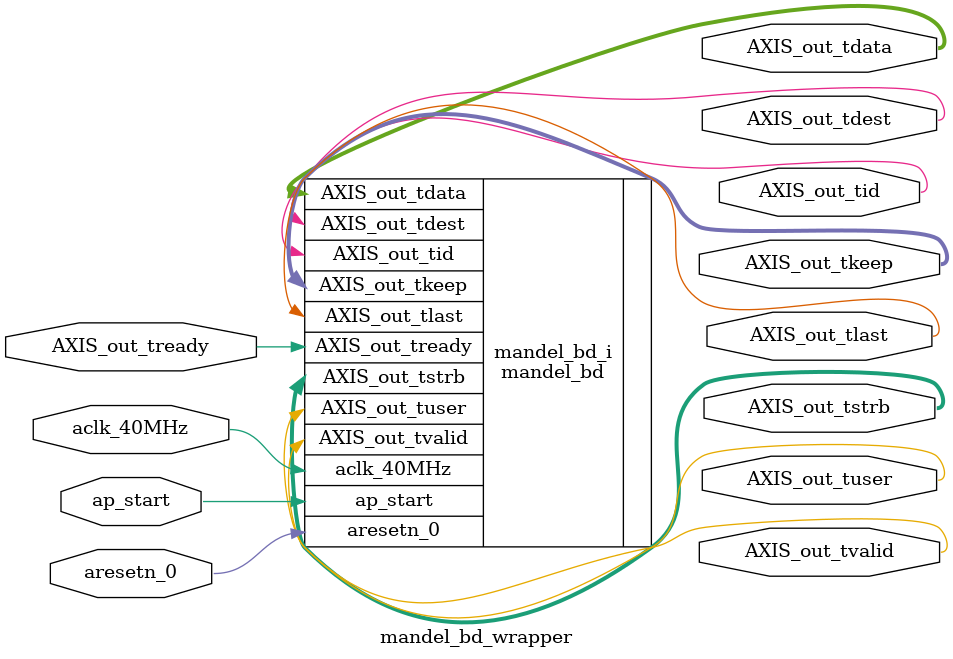
<source format=v>
`timescale 1 ps / 1 ps

module mandel_bd_wrapper
   (AXIS_out_tdata,
    AXIS_out_tdest,
    AXIS_out_tid,
    AXIS_out_tkeep,
    AXIS_out_tlast,
    AXIS_out_tready,
    AXIS_out_tstrb,
    AXIS_out_tuser,
    AXIS_out_tvalid,
    aclk_40MHz,
    ap_start,
    aresetn_0);
  output [23:0]AXIS_out_tdata;
  output [0:0]AXIS_out_tdest;
  output [0:0]AXIS_out_tid;
  output [2:0]AXIS_out_tkeep;
  output [0:0]AXIS_out_tlast;
  input AXIS_out_tready;
  output [2:0]AXIS_out_tstrb;
  output [0:0]AXIS_out_tuser;
  output AXIS_out_tvalid;
  input aclk_40MHz;
  input ap_start;
  input aresetn_0;

  wire [23:0]AXIS_out_tdata;
  wire [0:0]AXIS_out_tdest;
  wire [0:0]AXIS_out_tid;
  wire [2:0]AXIS_out_tkeep;
  wire [0:0]AXIS_out_tlast;
  wire AXIS_out_tready;
  wire [2:0]AXIS_out_tstrb;
  wire [0:0]AXIS_out_tuser;
  wire AXIS_out_tvalid;
  wire aclk_40MHz;
  wire ap_start;
  wire aresetn_0;

  mandel_bd mandel_bd_i
       (.AXIS_out_tdata(AXIS_out_tdata),
        .AXIS_out_tdest(AXIS_out_tdest),
        .AXIS_out_tid(AXIS_out_tid),
        .AXIS_out_tkeep(AXIS_out_tkeep),
        .AXIS_out_tlast(AXIS_out_tlast),
        .AXIS_out_tready(AXIS_out_tready),
        .AXIS_out_tstrb(AXIS_out_tstrb),
        .AXIS_out_tuser(AXIS_out_tuser),
        .AXIS_out_tvalid(AXIS_out_tvalid),
        .aclk_40MHz(aclk_40MHz),
        .ap_start(ap_start),
        .aresetn_0(aresetn_0));
endmodule

</source>
